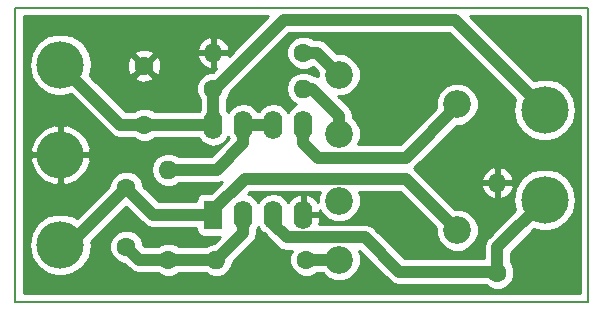
<source format=gbl>
G04 #@! TF.GenerationSoftware,KiCad,Pcbnew,5.0.2+dfsg1-1*
G04 #@! TF.CreationDate,2020-09-22T12:11:50+02:00*
G04 #@! TF.ProjectId,opAmp_textileSensor,6f70416d-705f-4746-9578-74696c655365,rev?*
G04 #@! TF.SameCoordinates,Original*
G04 #@! TF.FileFunction,Copper,L2,Bot*
G04 #@! TF.FilePolarity,Positive*
%FSLAX45Y45*%
G04 Gerber Fmt 4.5, Leading zero omitted, Abs format (unit mm)*
G04 Created by KiCad (PCBNEW 5.0.2+dfsg1-1) date mar. 22 sept. 2020 12:11:50 CEST*
%MOMM*%
%LPD*%
G01*
G04 APERTURE LIST*
G04 #@! TA.AperFunction,NonConductor*
%ADD10C,0.150000*%
G04 #@! TD*
G04 #@! TA.AperFunction,ComponentPad*
%ADD11O,4.000000X4.000000*%
G04 #@! TD*
G04 #@! TA.AperFunction,ComponentPad*
%ADD12O,1.600000X1.600000*%
G04 #@! TD*
G04 #@! TA.AperFunction,ComponentPad*
%ADD13C,1.600000*%
G04 #@! TD*
G04 #@! TA.AperFunction,ComponentPad*
%ADD14C,2.340000*%
G04 #@! TD*
G04 #@! TA.AperFunction,ComponentPad*
%ADD15R,1.600000X2.400000*%
G04 #@! TD*
G04 #@! TA.AperFunction,ComponentPad*
%ADD16O,1.600000X2.400000*%
G04 #@! TD*
G04 #@! TA.AperFunction,Conductor*
%ADD17C,1.000000*%
G04 #@! TD*
G04 #@! TA.AperFunction,Conductor*
%ADD18C,0.254000*%
G04 #@! TD*
G04 APERTURE END LIST*
D10*
X12852400Y-8255000D02*
X17703800Y-8255000D01*
X17703800Y-8255000D02*
X17703800Y-10744200D01*
X17703800Y-10744200D02*
X12852400Y-10744200D01*
X12852400Y-10744200D02*
X12852400Y-8255000D01*
D11*
G04 #@! TO.P,J2,1*
G04 #@! TO.N,VCC*
X17333400Y-9118600D03*
G04 #@! TO.P,J2,2*
G04 #@! TO.N,VOLTAGE_OUTPUT*
X17333400Y-9880600D03*
G04 #@! TD*
G04 #@! TO.P,J1,1*
G04 #@! TO.N,OUTPUT*
X13233400Y-10261600D03*
G04 #@! TO.P,J1,2*
G04 #@! TO.N,GND*
X13233400Y-9499600D03*
G04 #@! TO.P,J1,3*
G04 #@! TO.N,VCC*
X13233400Y-8737600D03*
G04 #@! TD*
D12*
G04 #@! TO.P,R5,2*
G04 #@! TO.N,Net-(R5-Pad2)*
X14147800Y-9626600D03*
D13*
G04 #@! TO.P,R5,1*
G04 #@! TO.N,Net-(C2-Pad2)*
X14147800Y-10388600D03*
G04 #@! TD*
G04 #@! TO.P,R4,1*
G04 #@! TO.N,Net-(R4-Pad1)*
X15316200Y-10388600D03*
D12*
G04 #@! TO.P,R4,2*
G04 #@! TO.N,Net-(C2-Pad2)*
X14554200Y-10388600D03*
G04 #@! TD*
G04 #@! TO.P,R3,2*
G04 #@! TO.N,GND*
X14528800Y-8636000D03*
D13*
G04 #@! TO.P,R3,1*
G04 #@! TO.N,Net-(R3-Pad1)*
X15290800Y-8636000D03*
G04 #@! TD*
D14*
G04 #@! TO.P,RV2,1*
G04 #@! TO.N,Net-(R4-Pad1)*
X15595600Y-10388600D03*
G04 #@! TO.P,RV2,2*
G04 #@! TO.N,OUTPUT*
X16595600Y-10138600D03*
G04 #@! TO.P,RV2,3*
G04 #@! TO.N,Net-(RV2-Pad3)*
X15595600Y-9888600D03*
G04 #@! TD*
D13*
G04 #@! TO.P,R1,1*
G04 #@! TO.N,VOLTAGE_OUTPUT*
X16933400Y-10499600D03*
D12*
G04 #@! TO.P,R1,2*
G04 #@! TO.N,GND*
X16933400Y-9737600D03*
G04 #@! TD*
D14*
G04 #@! TO.P,RV1,3*
G04 #@! TO.N,Net-(R3-Pad1)*
X15595600Y-8821800D03*
G04 #@! TO.P,RV1,2*
G04 #@! TO.N,Net-(RV1-Pad2)*
X16595600Y-9071800D03*
G04 #@! TO.P,RV1,1*
G04 #@! TO.N,Net-(R2-Pad2)*
X15595600Y-9321800D03*
G04 #@! TD*
D15*
G04 #@! TO.P,U1,1*
G04 #@! TO.N,OUTPUT*
X14528800Y-10007600D03*
D16*
G04 #@! TO.P,U1,5*
G04 #@! TO.N,Net-(RV1-Pad2)*
X15290800Y-9245600D03*
G04 #@! TO.P,U1,2*
G04 #@! TO.N,Net-(C2-Pad2)*
X14782800Y-10007600D03*
G04 #@! TO.P,U1,6*
G04 #@! TO.N,Net-(R5-Pad2)*
X15036800Y-9245600D03*
G04 #@! TO.P,U1,3*
G04 #@! TO.N,VOLTAGE_OUTPUT*
X15036800Y-10007600D03*
G04 #@! TO.P,U1,7*
G04 #@! TO.N,Net-(R5-Pad2)*
X14782800Y-9245600D03*
G04 #@! TO.P,U1,4*
G04 #@! TO.N,GND*
X15290800Y-10007600D03*
G04 #@! TO.P,U1,8*
G04 #@! TO.N,VCC*
X14528800Y-9245600D03*
G04 #@! TD*
D13*
G04 #@! TO.P,C1,1*
G04 #@! TO.N,VCC*
X13944600Y-9245600D03*
G04 #@! TO.P,C1,2*
G04 #@! TO.N,GND*
X13944600Y-8745600D03*
G04 #@! TD*
G04 #@! TO.P,C2,2*
G04 #@! TO.N,Net-(C2-Pad2)*
X13792200Y-10279000D03*
G04 #@! TO.P,C2,1*
G04 #@! TO.N,OUTPUT*
X13792200Y-9779000D03*
G04 #@! TD*
G04 #@! TO.P,R2,1*
G04 #@! TO.N,VCC*
X14528800Y-8940800D03*
D12*
G04 #@! TO.P,R2,2*
G04 #@! TO.N,Net-(R2-Pad2)*
X15290800Y-8940800D03*
G04 #@! TD*
D17*
G04 #@! TO.N,VOLTAGE_OUTPUT*
X17246600Y-9855200D02*
X17297400Y-9804400D01*
X17322800Y-9893200D02*
X17322800Y-9804400D01*
X15150601Y-10197601D02*
X15811001Y-10197601D01*
X16924000Y-10490200D02*
X16933400Y-10499600D01*
X15036800Y-10007600D02*
X15036800Y-10083800D01*
X15036800Y-10083800D02*
X15150601Y-10197601D01*
X15811001Y-10197601D02*
X16103600Y-10490200D01*
X16103600Y-10490200D02*
X16924000Y-10490200D01*
X16933400Y-10280600D02*
X17333400Y-9880600D01*
X16933400Y-10499600D02*
X16933400Y-10280600D01*
G04 #@! TO.N,OUTPUT*
X13233400Y-10261600D02*
X13309600Y-10261600D01*
X13309600Y-10261600D02*
X13792200Y-9779000D01*
X14528800Y-10007600D02*
X14020800Y-10007600D01*
X14020800Y-10007600D02*
X13792200Y-9779000D01*
X16595600Y-10138600D02*
X16158600Y-9701600D01*
X16158600Y-9701600D02*
X14794800Y-9701600D01*
X14794800Y-9701600D02*
X14528800Y-9967600D01*
X14528800Y-9967600D02*
X14528800Y-10007600D01*
G04 #@! TO.N,Net-(RV1-Pad2)*
X15417400Y-9524600D02*
X16158400Y-9524600D01*
X15290800Y-9245600D02*
X15290800Y-9398000D01*
X15290800Y-9398000D02*
X15417400Y-9524600D01*
X16595600Y-9087400D02*
X16595600Y-9071800D01*
X16158400Y-9524600D02*
X16595600Y-9087400D01*
G04 #@! TO.N,Net-(R5-Pad2)*
X14782800Y-9245600D02*
X15036800Y-9245600D01*
X14556400Y-9626600D02*
X14147800Y-9626600D01*
X14782800Y-9245600D02*
X14782800Y-9400200D01*
X14782800Y-9400200D02*
X14556400Y-9626600D01*
G04 #@! TO.N,VCC*
X14528800Y-9245600D02*
X14528800Y-9285600D01*
X13944600Y-9245600D02*
X13741400Y-9245600D01*
X13741400Y-9245600D02*
X13233400Y-8737600D01*
X14528800Y-9245600D02*
X14528800Y-8940800D01*
X16571400Y-8356600D02*
X17333400Y-9118600D01*
X14528800Y-8940800D02*
X14541500Y-8940800D01*
X15125700Y-8356600D02*
X16571400Y-8356600D01*
X14541500Y-8940800D02*
X15125700Y-8356600D01*
X14528800Y-9245600D02*
X13944600Y-9245600D01*
G04 #@! TO.N,Net-(R2-Pad2)*
X15367000Y-8940800D02*
X15595600Y-9169400D01*
X15595600Y-9169400D02*
X15595600Y-9347200D01*
G04 #@! TO.N,Net-(R3-Pad1)*
X15290800Y-8636000D02*
X15409800Y-8636000D01*
X15409800Y-8636000D02*
X15595600Y-8821800D01*
G04 #@! TO.N,Net-(R4-Pad1)*
X15316200Y-10388600D02*
X15595600Y-10388600D01*
G04 #@! TO.N,Net-(C2-Pad2)*
X14782800Y-10007600D02*
X14782800Y-10160000D01*
X14782800Y-10160000D02*
X14554200Y-10388600D01*
X14147800Y-10388600D02*
X14554200Y-10388600D01*
X13901800Y-10388600D02*
X14147800Y-10388600D01*
X13792200Y-10279000D02*
X13901800Y-10388600D01*
G04 #@! TD*
D18*
G04 #@! TO.N,GND*
G36*
X14661924Y-8659863D02*
X14655791Y-8648700D01*
X14541500Y-8648700D01*
X14541500Y-8763063D01*
X14552639Y-8769148D01*
X14524487Y-8797300D01*
X14500256Y-8797300D01*
X14447514Y-8819147D01*
X14407147Y-8859514D01*
X14385300Y-8912256D01*
X14385300Y-8969344D01*
X14407147Y-9022086D01*
X14415300Y-9030240D01*
X14415300Y-9117172D01*
X14405325Y-9132100D01*
X14034040Y-9132100D01*
X14025886Y-9123947D01*
X13973144Y-9102100D01*
X13916056Y-9102100D01*
X13863314Y-9123947D01*
X13855160Y-9132100D01*
X13788413Y-9132100D01*
X13502688Y-8846375D01*
X13861786Y-8846375D01*
X13869199Y-8870986D01*
X13922922Y-8890297D01*
X13979945Y-8887578D01*
X14020000Y-8870986D01*
X14027414Y-8846375D01*
X13944600Y-8763561D01*
X13861786Y-8846375D01*
X13502688Y-8846375D01*
X13484119Y-8827806D01*
X13502062Y-8737600D01*
X13499342Y-8723922D01*
X13799903Y-8723922D01*
X13802622Y-8780945D01*
X13819214Y-8821001D01*
X13843825Y-8828414D01*
X13926639Y-8745600D01*
X13962560Y-8745600D01*
X14045374Y-8828414D01*
X14069986Y-8821001D01*
X14089296Y-8767278D01*
X14086578Y-8710255D01*
X14070278Y-8670904D01*
X14389610Y-8670904D01*
X14405696Y-8709742D01*
X14443287Y-8751239D01*
X14493896Y-8775191D01*
X14516100Y-8763063D01*
X14516100Y-8648700D01*
X14401808Y-8648700D01*
X14389610Y-8670904D01*
X14070278Y-8670904D01*
X14069986Y-8670200D01*
X14045374Y-8662786D01*
X13962560Y-8745600D01*
X13926639Y-8745600D01*
X13843825Y-8662786D01*
X13819214Y-8670200D01*
X13799903Y-8723922D01*
X13499342Y-8723922D01*
X13483608Y-8644826D01*
X13861786Y-8644826D01*
X13944600Y-8727640D01*
X14027414Y-8644826D01*
X14020000Y-8620214D01*
X13966814Y-8601096D01*
X14389610Y-8601096D01*
X14401808Y-8623300D01*
X14516100Y-8623300D01*
X14516100Y-8508937D01*
X14541500Y-8508937D01*
X14541500Y-8623300D01*
X14655791Y-8623300D01*
X14667990Y-8601096D01*
X14651904Y-8562258D01*
X14614313Y-8520761D01*
X14563704Y-8496809D01*
X14541500Y-8508937D01*
X14516100Y-8508937D01*
X14493896Y-8496809D01*
X14443287Y-8520761D01*
X14405696Y-8562258D01*
X14389610Y-8601096D01*
X13966814Y-8601096D01*
X13966278Y-8600904D01*
X13909255Y-8603622D01*
X13869199Y-8620214D01*
X13861786Y-8644826D01*
X13483608Y-8644826D01*
X13481611Y-8634787D01*
X13423373Y-8547627D01*
X13336213Y-8489389D01*
X13259352Y-8474100D01*
X13207448Y-8474100D01*
X13130587Y-8489389D01*
X13043427Y-8547627D01*
X12985188Y-8634787D01*
X12964738Y-8737600D01*
X12985188Y-8840413D01*
X13043427Y-8927573D01*
X13130587Y-8985812D01*
X13207448Y-9001100D01*
X13259352Y-9001100D01*
X13323606Y-8988319D01*
X13653239Y-9317952D01*
X13659571Y-9327429D01*
X13695226Y-9351253D01*
X13697114Y-9352515D01*
X13741400Y-9361324D01*
X13752578Y-9359100D01*
X13855160Y-9359100D01*
X13863314Y-9367253D01*
X13916056Y-9389100D01*
X13973144Y-9389100D01*
X14025886Y-9367253D01*
X14034040Y-9359100D01*
X14405325Y-9359100D01*
X14425342Y-9389058D01*
X14472809Y-9420774D01*
X14528800Y-9431911D01*
X14584791Y-9420774D01*
X14632258Y-9389058D01*
X14655800Y-9353824D01*
X14660952Y-9361535D01*
X14509387Y-9513100D01*
X14236228Y-9513100D01*
X14203791Y-9491426D01*
X14161933Y-9483100D01*
X14133667Y-9483100D01*
X14091809Y-9491426D01*
X14044342Y-9523142D01*
X14012626Y-9570609D01*
X14001489Y-9626600D01*
X14012626Y-9682591D01*
X14044342Y-9730058D01*
X14091809Y-9761774D01*
X14133667Y-9770100D01*
X14161933Y-9770100D01*
X14203791Y-9761774D01*
X14236228Y-9740100D01*
X14545222Y-9740100D01*
X14556400Y-9742324D01*
X14567578Y-9740100D01*
X14600685Y-9733515D01*
X14605769Y-9730118D01*
X14513031Y-9822856D01*
X14448800Y-9822856D01*
X14424023Y-9827784D01*
X14403019Y-9841819D01*
X14388984Y-9862824D01*
X14384056Y-9887600D01*
X14384056Y-9894100D01*
X14067813Y-9894100D01*
X13935700Y-9761987D01*
X13935700Y-9750456D01*
X13913853Y-9697714D01*
X13873486Y-9657347D01*
X13820744Y-9635500D01*
X13763656Y-9635500D01*
X13710914Y-9657347D01*
X13670547Y-9697714D01*
X13648700Y-9750456D01*
X13648700Y-9761987D01*
X13372831Y-10037856D01*
X13336213Y-10013389D01*
X13259352Y-9998100D01*
X13207448Y-9998100D01*
X13130587Y-10013389D01*
X13043427Y-10071627D01*
X12985188Y-10158787D01*
X12964738Y-10261600D01*
X12985188Y-10364413D01*
X13043427Y-10451573D01*
X13130587Y-10509812D01*
X13207448Y-10525100D01*
X13259352Y-10525100D01*
X13336213Y-10509812D01*
X13423373Y-10451573D01*
X13481611Y-10364413D01*
X13502062Y-10261600D01*
X13496761Y-10234952D01*
X13792200Y-9939513D01*
X13932639Y-10079952D01*
X13938971Y-10089429D01*
X13976116Y-10114248D01*
X13976514Y-10114515D01*
X14020800Y-10123324D01*
X14031978Y-10121100D01*
X14384056Y-10121100D01*
X14384056Y-10127600D01*
X14388984Y-10152377D01*
X14403019Y-10173381D01*
X14424023Y-10187416D01*
X14448800Y-10192344D01*
X14589943Y-10192344D01*
X14536472Y-10245815D01*
X14498209Y-10253426D01*
X14465772Y-10275100D01*
X14237240Y-10275100D01*
X14229086Y-10266947D01*
X14176344Y-10245100D01*
X14119256Y-10245100D01*
X14066514Y-10266947D01*
X14058360Y-10275100D01*
X13948813Y-10275100D01*
X13935700Y-10261987D01*
X13935700Y-10250456D01*
X13913853Y-10197714D01*
X13873486Y-10157347D01*
X13820744Y-10135500D01*
X13763656Y-10135500D01*
X13710914Y-10157347D01*
X13670547Y-10197714D01*
X13648700Y-10250456D01*
X13648700Y-10307544D01*
X13670547Y-10360286D01*
X13710914Y-10400653D01*
X13763656Y-10422500D01*
X13775187Y-10422500D01*
X13813639Y-10460952D01*
X13819971Y-10470429D01*
X13850526Y-10490845D01*
X13857514Y-10495515D01*
X13901800Y-10504324D01*
X13912978Y-10502100D01*
X14058360Y-10502100D01*
X14066514Y-10510253D01*
X14119256Y-10532100D01*
X14176344Y-10532100D01*
X14229086Y-10510253D01*
X14237240Y-10502100D01*
X14465772Y-10502100D01*
X14498209Y-10523774D01*
X14540067Y-10532100D01*
X14568333Y-10532100D01*
X14610191Y-10523774D01*
X14657658Y-10492058D01*
X14689374Y-10444591D01*
X14696985Y-10406328D01*
X14855152Y-10248161D01*
X14864629Y-10241829D01*
X14889715Y-10204286D01*
X14891130Y-10197171D01*
X14898523Y-10160000D01*
X14896300Y-10148822D01*
X14896300Y-10136028D01*
X14909800Y-10115824D01*
X14933342Y-10151058D01*
X14954827Y-10165413D01*
X14954971Y-10165629D01*
X14964448Y-10171961D01*
X15062440Y-10269953D01*
X15068772Y-10279430D01*
X15106315Y-10304516D01*
X15150601Y-10313325D01*
X15161779Y-10311101D01*
X15192978Y-10311101D01*
X15172700Y-10360056D01*
X15172700Y-10417144D01*
X15194547Y-10469886D01*
X15234914Y-10510253D01*
X15287656Y-10532100D01*
X15344744Y-10532100D01*
X15397486Y-10510253D01*
X15405640Y-10502100D01*
X15453834Y-10502100D01*
X15493355Y-10541621D01*
X15559696Y-10569100D01*
X15631504Y-10569100D01*
X15697845Y-10541621D01*
X15748620Y-10490845D01*
X15776100Y-10424504D01*
X15776100Y-10352696D01*
X15758871Y-10311101D01*
X15763988Y-10311101D01*
X16015439Y-10562552D01*
X16021771Y-10572029D01*
X16045316Y-10587761D01*
X16059314Y-10597115D01*
X16103600Y-10605924D01*
X16114778Y-10603700D01*
X16834560Y-10603700D01*
X16852114Y-10621253D01*
X16904856Y-10643100D01*
X16961944Y-10643100D01*
X17014686Y-10621253D01*
X17055053Y-10580886D01*
X17076900Y-10528144D01*
X17076900Y-10471056D01*
X17055053Y-10418314D01*
X17046900Y-10410160D01*
X17046900Y-10327613D01*
X17243194Y-10131319D01*
X17307448Y-10144100D01*
X17359352Y-10144100D01*
X17436213Y-10128812D01*
X17523373Y-10070573D01*
X17581612Y-9983413D01*
X17602062Y-9880600D01*
X17581612Y-9777787D01*
X17523373Y-9690627D01*
X17436213Y-9632389D01*
X17359352Y-9617100D01*
X17307448Y-9617100D01*
X17230587Y-9632389D01*
X17143427Y-9690627D01*
X17085189Y-9777787D01*
X17064738Y-9880600D01*
X17082681Y-9970806D01*
X16861048Y-10192439D01*
X16851571Y-10198771D01*
X16837100Y-10220429D01*
X16826485Y-10236315D01*
X16817677Y-10280600D01*
X16819900Y-10291779D01*
X16819900Y-10376700D01*
X16150613Y-10376700D01*
X15899162Y-10125249D01*
X15892830Y-10115772D01*
X15855286Y-10090686D01*
X15822179Y-10084101D01*
X15811001Y-10081878D01*
X15799823Y-10084101D01*
X15427337Y-10084101D01*
X15434300Y-10060300D01*
X15434300Y-10020300D01*
X15303500Y-10020300D01*
X15303500Y-10022300D01*
X15278100Y-10022300D01*
X15278100Y-10020300D01*
X15276100Y-10020300D01*
X15276100Y-9994900D01*
X15278100Y-9994900D01*
X15278100Y-9840609D01*
X15255896Y-9828410D01*
X15247618Y-9830163D01*
X15198310Y-9857150D01*
X15164050Y-9899750D01*
X15140258Y-9864142D01*
X15092791Y-9832426D01*
X15036800Y-9821289D01*
X14980809Y-9832426D01*
X14933342Y-9864142D01*
X14909800Y-9899376D01*
X14886258Y-9864142D01*
X14838791Y-9832426D01*
X14826860Y-9830053D01*
X14841813Y-9815100D01*
X15430673Y-9815100D01*
X15415100Y-9852696D01*
X15415100Y-9896704D01*
X15383290Y-9857150D01*
X15333982Y-9830163D01*
X15325704Y-9828410D01*
X15303500Y-9840609D01*
X15303500Y-9994900D01*
X15434300Y-9994900D01*
X15434300Y-9970857D01*
X15442579Y-9990845D01*
X15493355Y-10041621D01*
X15559696Y-10069100D01*
X15631504Y-10069100D01*
X15697845Y-10041621D01*
X15748620Y-9990845D01*
X15776100Y-9924504D01*
X15776100Y-9852696D01*
X15760527Y-9815100D01*
X16111587Y-9815100D01*
X16415100Y-10118613D01*
X16415100Y-10174504D01*
X16442579Y-10240845D01*
X16493355Y-10291621D01*
X16559696Y-10319100D01*
X16631504Y-10319100D01*
X16697845Y-10291621D01*
X16748620Y-10240845D01*
X16776100Y-10174504D01*
X16776100Y-10102696D01*
X16748620Y-10036355D01*
X16697845Y-9985580D01*
X16631504Y-9958100D01*
X16575613Y-9958100D01*
X16390017Y-9772504D01*
X16794209Y-9772504D01*
X16818161Y-9823113D01*
X16859658Y-9860704D01*
X16898496Y-9876790D01*
X16920700Y-9864592D01*
X16920700Y-9750300D01*
X16946100Y-9750300D01*
X16946100Y-9864592D01*
X16968304Y-9876790D01*
X17007142Y-9860704D01*
X17048639Y-9823113D01*
X17072591Y-9772504D01*
X17060463Y-9750300D01*
X16946100Y-9750300D01*
X16920700Y-9750300D01*
X16806337Y-9750300D01*
X16794209Y-9772504D01*
X16390017Y-9772504D01*
X16320209Y-9702696D01*
X16794209Y-9702696D01*
X16806337Y-9724900D01*
X16920700Y-9724900D01*
X16920700Y-9610609D01*
X16946100Y-9610609D01*
X16946100Y-9724900D01*
X17060463Y-9724900D01*
X17072591Y-9702696D01*
X17048639Y-9652087D01*
X17007142Y-9614496D01*
X16968304Y-9598410D01*
X16946100Y-9610609D01*
X16920700Y-9610609D01*
X16898496Y-9598410D01*
X16859658Y-9614496D01*
X16818161Y-9652087D01*
X16794209Y-9702696D01*
X16320209Y-9702696D01*
X16246761Y-9629248D01*
X16240429Y-9619771D01*
X16230345Y-9613033D01*
X16240229Y-9606429D01*
X16246561Y-9596952D01*
X16591213Y-9252300D01*
X16631504Y-9252300D01*
X16697845Y-9224821D01*
X16748620Y-9174045D01*
X16776100Y-9107704D01*
X16776100Y-9035896D01*
X16748620Y-8969555D01*
X16697845Y-8918780D01*
X16631504Y-8891300D01*
X16559696Y-8891300D01*
X16493355Y-8918780D01*
X16442579Y-8969555D01*
X16415100Y-9035896D01*
X16415100Y-9107387D01*
X16111387Y-9411100D01*
X15753982Y-9411100D01*
X15776100Y-9357704D01*
X15776100Y-9285896D01*
X15748620Y-9219555D01*
X15709190Y-9180125D01*
X15711323Y-9169400D01*
X15702515Y-9125115D01*
X15698162Y-9118600D01*
X15677429Y-9087571D01*
X15667952Y-9081239D01*
X15589013Y-9002300D01*
X15631504Y-9002300D01*
X15697845Y-8974821D01*
X15748620Y-8924045D01*
X15776100Y-8857704D01*
X15776100Y-8785896D01*
X15748620Y-8719555D01*
X15697845Y-8668780D01*
X15631504Y-8641300D01*
X15575613Y-8641300D01*
X15497961Y-8563648D01*
X15491629Y-8554171D01*
X15454085Y-8529085D01*
X15420978Y-8522500D01*
X15409800Y-8520277D01*
X15398622Y-8522500D01*
X15380240Y-8522500D01*
X15372086Y-8514347D01*
X15319344Y-8492500D01*
X15262256Y-8492500D01*
X15209514Y-8514347D01*
X15169147Y-8554714D01*
X15147300Y-8607456D01*
X15147300Y-8664544D01*
X15169147Y-8717286D01*
X15209514Y-8757653D01*
X15262256Y-8779500D01*
X15319344Y-8779500D01*
X15371276Y-8757989D01*
X15415100Y-8801813D01*
X15415100Y-8836434D01*
X15411285Y-8833885D01*
X15379673Y-8827597D01*
X15346791Y-8805626D01*
X15304933Y-8797300D01*
X15276667Y-8797300D01*
X15234809Y-8805626D01*
X15187342Y-8837342D01*
X15155626Y-8884809D01*
X15144489Y-8940800D01*
X15155626Y-8996791D01*
X15187342Y-9044258D01*
X15230657Y-9073200D01*
X15187342Y-9102142D01*
X15163800Y-9137376D01*
X15140258Y-9102142D01*
X15092791Y-9070426D01*
X15036800Y-9059289D01*
X14980809Y-9070426D01*
X14933342Y-9102142D01*
X14913325Y-9132100D01*
X14906275Y-9132100D01*
X14886258Y-9102142D01*
X14838791Y-9070426D01*
X14782800Y-9059289D01*
X14726809Y-9070426D01*
X14679342Y-9102142D01*
X14655800Y-9137376D01*
X14642300Y-9117172D01*
X14642300Y-9030240D01*
X14650453Y-9022086D01*
X14671473Y-8971340D01*
X15172713Y-8470100D01*
X16524387Y-8470100D01*
X17082681Y-9028394D01*
X17064738Y-9118600D01*
X17085189Y-9221413D01*
X17143427Y-9308573D01*
X17230587Y-9366812D01*
X17307448Y-9382100D01*
X17359352Y-9382100D01*
X17436213Y-9366812D01*
X17523373Y-9308573D01*
X17581612Y-9221413D01*
X17602062Y-9118600D01*
X17581612Y-9015787D01*
X17523373Y-8928627D01*
X17436213Y-8870389D01*
X17359352Y-8855100D01*
X17307448Y-8855100D01*
X17243194Y-8867881D01*
X16701313Y-8326000D01*
X17632800Y-8326000D01*
X17632800Y-10673200D01*
X12923400Y-10673200D01*
X12923400Y-9553316D01*
X12975433Y-9553316D01*
X13015626Y-9647947D01*
X13088973Y-9719994D01*
X13179684Y-9757567D01*
X13220700Y-9746899D01*
X13220700Y-9512300D01*
X13246100Y-9512300D01*
X13246100Y-9746899D01*
X13287116Y-9757567D01*
X13377827Y-9719994D01*
X13451174Y-9647947D01*
X13491367Y-9553316D01*
X13480719Y-9512300D01*
X13246100Y-9512300D01*
X13220700Y-9512300D01*
X12986081Y-9512300D01*
X12975433Y-9553316D01*
X12923400Y-9553316D01*
X12923400Y-9445884D01*
X12975433Y-9445884D01*
X12986081Y-9486900D01*
X13220700Y-9486900D01*
X13220700Y-9252301D01*
X13246100Y-9252301D01*
X13246100Y-9486900D01*
X13480719Y-9486900D01*
X13491367Y-9445884D01*
X13451174Y-9351253D01*
X13377827Y-9279206D01*
X13287116Y-9241633D01*
X13246100Y-9252301D01*
X13220700Y-9252301D01*
X13179684Y-9241633D01*
X13088973Y-9279206D01*
X13015626Y-9351253D01*
X12975433Y-9445884D01*
X12923400Y-9445884D01*
X12923400Y-8326000D01*
X14995787Y-8326000D01*
X14661924Y-8659863D01*
X14661924Y-8659863D01*
G37*
X14661924Y-8659863D02*
X14655791Y-8648700D01*
X14541500Y-8648700D01*
X14541500Y-8763063D01*
X14552639Y-8769148D01*
X14524487Y-8797300D01*
X14500256Y-8797300D01*
X14447514Y-8819147D01*
X14407147Y-8859514D01*
X14385300Y-8912256D01*
X14385300Y-8969344D01*
X14407147Y-9022086D01*
X14415300Y-9030240D01*
X14415300Y-9117172D01*
X14405325Y-9132100D01*
X14034040Y-9132100D01*
X14025886Y-9123947D01*
X13973144Y-9102100D01*
X13916056Y-9102100D01*
X13863314Y-9123947D01*
X13855160Y-9132100D01*
X13788413Y-9132100D01*
X13502688Y-8846375D01*
X13861786Y-8846375D01*
X13869199Y-8870986D01*
X13922922Y-8890297D01*
X13979945Y-8887578D01*
X14020000Y-8870986D01*
X14027414Y-8846375D01*
X13944600Y-8763561D01*
X13861786Y-8846375D01*
X13502688Y-8846375D01*
X13484119Y-8827806D01*
X13502062Y-8737600D01*
X13499342Y-8723922D01*
X13799903Y-8723922D01*
X13802622Y-8780945D01*
X13819214Y-8821001D01*
X13843825Y-8828414D01*
X13926639Y-8745600D01*
X13962560Y-8745600D01*
X14045374Y-8828414D01*
X14069986Y-8821001D01*
X14089296Y-8767278D01*
X14086578Y-8710255D01*
X14070278Y-8670904D01*
X14389610Y-8670904D01*
X14405696Y-8709742D01*
X14443287Y-8751239D01*
X14493896Y-8775191D01*
X14516100Y-8763063D01*
X14516100Y-8648700D01*
X14401808Y-8648700D01*
X14389610Y-8670904D01*
X14070278Y-8670904D01*
X14069986Y-8670200D01*
X14045374Y-8662786D01*
X13962560Y-8745600D01*
X13926639Y-8745600D01*
X13843825Y-8662786D01*
X13819214Y-8670200D01*
X13799903Y-8723922D01*
X13499342Y-8723922D01*
X13483608Y-8644826D01*
X13861786Y-8644826D01*
X13944600Y-8727640D01*
X14027414Y-8644826D01*
X14020000Y-8620214D01*
X13966814Y-8601096D01*
X14389610Y-8601096D01*
X14401808Y-8623300D01*
X14516100Y-8623300D01*
X14516100Y-8508937D01*
X14541500Y-8508937D01*
X14541500Y-8623300D01*
X14655791Y-8623300D01*
X14667990Y-8601096D01*
X14651904Y-8562258D01*
X14614313Y-8520761D01*
X14563704Y-8496809D01*
X14541500Y-8508937D01*
X14516100Y-8508937D01*
X14493896Y-8496809D01*
X14443287Y-8520761D01*
X14405696Y-8562258D01*
X14389610Y-8601096D01*
X13966814Y-8601096D01*
X13966278Y-8600904D01*
X13909255Y-8603622D01*
X13869199Y-8620214D01*
X13861786Y-8644826D01*
X13483608Y-8644826D01*
X13481611Y-8634787D01*
X13423373Y-8547627D01*
X13336213Y-8489389D01*
X13259352Y-8474100D01*
X13207448Y-8474100D01*
X13130587Y-8489389D01*
X13043427Y-8547627D01*
X12985188Y-8634787D01*
X12964738Y-8737600D01*
X12985188Y-8840413D01*
X13043427Y-8927573D01*
X13130587Y-8985812D01*
X13207448Y-9001100D01*
X13259352Y-9001100D01*
X13323606Y-8988319D01*
X13653239Y-9317952D01*
X13659571Y-9327429D01*
X13695226Y-9351253D01*
X13697114Y-9352515D01*
X13741400Y-9361324D01*
X13752578Y-9359100D01*
X13855160Y-9359100D01*
X13863314Y-9367253D01*
X13916056Y-9389100D01*
X13973144Y-9389100D01*
X14025886Y-9367253D01*
X14034040Y-9359100D01*
X14405325Y-9359100D01*
X14425342Y-9389058D01*
X14472809Y-9420774D01*
X14528800Y-9431911D01*
X14584791Y-9420774D01*
X14632258Y-9389058D01*
X14655800Y-9353824D01*
X14660952Y-9361535D01*
X14509387Y-9513100D01*
X14236228Y-9513100D01*
X14203791Y-9491426D01*
X14161933Y-9483100D01*
X14133667Y-9483100D01*
X14091809Y-9491426D01*
X14044342Y-9523142D01*
X14012626Y-9570609D01*
X14001489Y-9626600D01*
X14012626Y-9682591D01*
X14044342Y-9730058D01*
X14091809Y-9761774D01*
X14133667Y-9770100D01*
X14161933Y-9770100D01*
X14203791Y-9761774D01*
X14236228Y-9740100D01*
X14545222Y-9740100D01*
X14556400Y-9742324D01*
X14567578Y-9740100D01*
X14600685Y-9733515D01*
X14605769Y-9730118D01*
X14513031Y-9822856D01*
X14448800Y-9822856D01*
X14424023Y-9827784D01*
X14403019Y-9841819D01*
X14388984Y-9862824D01*
X14384056Y-9887600D01*
X14384056Y-9894100D01*
X14067813Y-9894100D01*
X13935700Y-9761987D01*
X13935700Y-9750456D01*
X13913853Y-9697714D01*
X13873486Y-9657347D01*
X13820744Y-9635500D01*
X13763656Y-9635500D01*
X13710914Y-9657347D01*
X13670547Y-9697714D01*
X13648700Y-9750456D01*
X13648700Y-9761987D01*
X13372831Y-10037856D01*
X13336213Y-10013389D01*
X13259352Y-9998100D01*
X13207448Y-9998100D01*
X13130587Y-10013389D01*
X13043427Y-10071627D01*
X12985188Y-10158787D01*
X12964738Y-10261600D01*
X12985188Y-10364413D01*
X13043427Y-10451573D01*
X13130587Y-10509812D01*
X13207448Y-10525100D01*
X13259352Y-10525100D01*
X13336213Y-10509812D01*
X13423373Y-10451573D01*
X13481611Y-10364413D01*
X13502062Y-10261600D01*
X13496761Y-10234952D01*
X13792200Y-9939513D01*
X13932639Y-10079952D01*
X13938971Y-10089429D01*
X13976116Y-10114248D01*
X13976514Y-10114515D01*
X14020800Y-10123324D01*
X14031978Y-10121100D01*
X14384056Y-10121100D01*
X14384056Y-10127600D01*
X14388984Y-10152377D01*
X14403019Y-10173381D01*
X14424023Y-10187416D01*
X14448800Y-10192344D01*
X14589943Y-10192344D01*
X14536472Y-10245815D01*
X14498209Y-10253426D01*
X14465772Y-10275100D01*
X14237240Y-10275100D01*
X14229086Y-10266947D01*
X14176344Y-10245100D01*
X14119256Y-10245100D01*
X14066514Y-10266947D01*
X14058360Y-10275100D01*
X13948813Y-10275100D01*
X13935700Y-10261987D01*
X13935700Y-10250456D01*
X13913853Y-10197714D01*
X13873486Y-10157347D01*
X13820744Y-10135500D01*
X13763656Y-10135500D01*
X13710914Y-10157347D01*
X13670547Y-10197714D01*
X13648700Y-10250456D01*
X13648700Y-10307544D01*
X13670547Y-10360286D01*
X13710914Y-10400653D01*
X13763656Y-10422500D01*
X13775187Y-10422500D01*
X13813639Y-10460952D01*
X13819971Y-10470429D01*
X13850526Y-10490845D01*
X13857514Y-10495515D01*
X13901800Y-10504324D01*
X13912978Y-10502100D01*
X14058360Y-10502100D01*
X14066514Y-10510253D01*
X14119256Y-10532100D01*
X14176344Y-10532100D01*
X14229086Y-10510253D01*
X14237240Y-10502100D01*
X14465772Y-10502100D01*
X14498209Y-10523774D01*
X14540067Y-10532100D01*
X14568333Y-10532100D01*
X14610191Y-10523774D01*
X14657658Y-10492058D01*
X14689374Y-10444591D01*
X14696985Y-10406328D01*
X14855152Y-10248161D01*
X14864629Y-10241829D01*
X14889715Y-10204286D01*
X14891130Y-10197171D01*
X14898523Y-10160000D01*
X14896300Y-10148822D01*
X14896300Y-10136028D01*
X14909800Y-10115824D01*
X14933342Y-10151058D01*
X14954827Y-10165413D01*
X14954971Y-10165629D01*
X14964448Y-10171961D01*
X15062440Y-10269953D01*
X15068772Y-10279430D01*
X15106315Y-10304516D01*
X15150601Y-10313325D01*
X15161779Y-10311101D01*
X15192978Y-10311101D01*
X15172700Y-10360056D01*
X15172700Y-10417144D01*
X15194547Y-10469886D01*
X15234914Y-10510253D01*
X15287656Y-10532100D01*
X15344744Y-10532100D01*
X15397486Y-10510253D01*
X15405640Y-10502100D01*
X15453834Y-10502100D01*
X15493355Y-10541621D01*
X15559696Y-10569100D01*
X15631504Y-10569100D01*
X15697845Y-10541621D01*
X15748620Y-10490845D01*
X15776100Y-10424504D01*
X15776100Y-10352696D01*
X15758871Y-10311101D01*
X15763988Y-10311101D01*
X16015439Y-10562552D01*
X16021771Y-10572029D01*
X16045316Y-10587761D01*
X16059314Y-10597115D01*
X16103600Y-10605924D01*
X16114778Y-10603700D01*
X16834560Y-10603700D01*
X16852114Y-10621253D01*
X16904856Y-10643100D01*
X16961944Y-10643100D01*
X17014686Y-10621253D01*
X17055053Y-10580886D01*
X17076900Y-10528144D01*
X17076900Y-10471056D01*
X17055053Y-10418314D01*
X17046900Y-10410160D01*
X17046900Y-10327613D01*
X17243194Y-10131319D01*
X17307448Y-10144100D01*
X17359352Y-10144100D01*
X17436213Y-10128812D01*
X17523373Y-10070573D01*
X17581612Y-9983413D01*
X17602062Y-9880600D01*
X17581612Y-9777787D01*
X17523373Y-9690627D01*
X17436213Y-9632389D01*
X17359352Y-9617100D01*
X17307448Y-9617100D01*
X17230587Y-9632389D01*
X17143427Y-9690627D01*
X17085189Y-9777787D01*
X17064738Y-9880600D01*
X17082681Y-9970806D01*
X16861048Y-10192439D01*
X16851571Y-10198771D01*
X16837100Y-10220429D01*
X16826485Y-10236315D01*
X16817677Y-10280600D01*
X16819900Y-10291779D01*
X16819900Y-10376700D01*
X16150613Y-10376700D01*
X15899162Y-10125249D01*
X15892830Y-10115772D01*
X15855286Y-10090686D01*
X15822179Y-10084101D01*
X15811001Y-10081878D01*
X15799823Y-10084101D01*
X15427337Y-10084101D01*
X15434300Y-10060300D01*
X15434300Y-10020300D01*
X15303500Y-10020300D01*
X15303500Y-10022300D01*
X15278100Y-10022300D01*
X15278100Y-10020300D01*
X15276100Y-10020300D01*
X15276100Y-9994900D01*
X15278100Y-9994900D01*
X15278100Y-9840609D01*
X15255896Y-9828410D01*
X15247618Y-9830163D01*
X15198310Y-9857150D01*
X15164050Y-9899750D01*
X15140258Y-9864142D01*
X15092791Y-9832426D01*
X15036800Y-9821289D01*
X14980809Y-9832426D01*
X14933342Y-9864142D01*
X14909800Y-9899376D01*
X14886258Y-9864142D01*
X14838791Y-9832426D01*
X14826860Y-9830053D01*
X14841813Y-9815100D01*
X15430673Y-9815100D01*
X15415100Y-9852696D01*
X15415100Y-9896704D01*
X15383290Y-9857150D01*
X15333982Y-9830163D01*
X15325704Y-9828410D01*
X15303500Y-9840609D01*
X15303500Y-9994900D01*
X15434300Y-9994900D01*
X15434300Y-9970857D01*
X15442579Y-9990845D01*
X15493355Y-10041621D01*
X15559696Y-10069100D01*
X15631504Y-10069100D01*
X15697845Y-10041621D01*
X15748620Y-9990845D01*
X15776100Y-9924504D01*
X15776100Y-9852696D01*
X15760527Y-9815100D01*
X16111587Y-9815100D01*
X16415100Y-10118613D01*
X16415100Y-10174504D01*
X16442579Y-10240845D01*
X16493355Y-10291621D01*
X16559696Y-10319100D01*
X16631504Y-10319100D01*
X16697845Y-10291621D01*
X16748620Y-10240845D01*
X16776100Y-10174504D01*
X16776100Y-10102696D01*
X16748620Y-10036355D01*
X16697845Y-9985580D01*
X16631504Y-9958100D01*
X16575613Y-9958100D01*
X16390017Y-9772504D01*
X16794209Y-9772504D01*
X16818161Y-9823113D01*
X16859658Y-9860704D01*
X16898496Y-9876790D01*
X16920700Y-9864592D01*
X16920700Y-9750300D01*
X16946100Y-9750300D01*
X16946100Y-9864592D01*
X16968304Y-9876790D01*
X17007142Y-9860704D01*
X17048639Y-9823113D01*
X17072591Y-9772504D01*
X17060463Y-9750300D01*
X16946100Y-9750300D01*
X16920700Y-9750300D01*
X16806337Y-9750300D01*
X16794209Y-9772504D01*
X16390017Y-9772504D01*
X16320209Y-9702696D01*
X16794209Y-9702696D01*
X16806337Y-9724900D01*
X16920700Y-9724900D01*
X16920700Y-9610609D01*
X16946100Y-9610609D01*
X16946100Y-9724900D01*
X17060463Y-9724900D01*
X17072591Y-9702696D01*
X17048639Y-9652087D01*
X17007142Y-9614496D01*
X16968304Y-9598410D01*
X16946100Y-9610609D01*
X16920700Y-9610609D01*
X16898496Y-9598410D01*
X16859658Y-9614496D01*
X16818161Y-9652087D01*
X16794209Y-9702696D01*
X16320209Y-9702696D01*
X16246761Y-9629248D01*
X16240429Y-9619771D01*
X16230345Y-9613033D01*
X16240229Y-9606429D01*
X16246561Y-9596952D01*
X16591213Y-9252300D01*
X16631504Y-9252300D01*
X16697845Y-9224821D01*
X16748620Y-9174045D01*
X16776100Y-9107704D01*
X16776100Y-9035896D01*
X16748620Y-8969555D01*
X16697845Y-8918780D01*
X16631504Y-8891300D01*
X16559696Y-8891300D01*
X16493355Y-8918780D01*
X16442579Y-8969555D01*
X16415100Y-9035896D01*
X16415100Y-9107387D01*
X16111387Y-9411100D01*
X15753982Y-9411100D01*
X15776100Y-9357704D01*
X15776100Y-9285896D01*
X15748620Y-9219555D01*
X15709190Y-9180125D01*
X15711323Y-9169400D01*
X15702515Y-9125115D01*
X15698162Y-9118600D01*
X15677429Y-9087571D01*
X15667952Y-9081239D01*
X15589013Y-9002300D01*
X15631504Y-9002300D01*
X15697845Y-8974821D01*
X15748620Y-8924045D01*
X15776100Y-8857704D01*
X15776100Y-8785896D01*
X15748620Y-8719555D01*
X15697845Y-8668780D01*
X15631504Y-8641300D01*
X15575613Y-8641300D01*
X15497961Y-8563648D01*
X15491629Y-8554171D01*
X15454085Y-8529085D01*
X15420978Y-8522500D01*
X15409800Y-8520277D01*
X15398622Y-8522500D01*
X15380240Y-8522500D01*
X15372086Y-8514347D01*
X15319344Y-8492500D01*
X15262256Y-8492500D01*
X15209514Y-8514347D01*
X15169147Y-8554714D01*
X15147300Y-8607456D01*
X15147300Y-8664544D01*
X15169147Y-8717286D01*
X15209514Y-8757653D01*
X15262256Y-8779500D01*
X15319344Y-8779500D01*
X15371276Y-8757989D01*
X15415100Y-8801813D01*
X15415100Y-8836434D01*
X15411285Y-8833885D01*
X15379673Y-8827597D01*
X15346791Y-8805626D01*
X15304933Y-8797300D01*
X15276667Y-8797300D01*
X15234809Y-8805626D01*
X15187342Y-8837342D01*
X15155626Y-8884809D01*
X15144489Y-8940800D01*
X15155626Y-8996791D01*
X15187342Y-9044258D01*
X15230657Y-9073200D01*
X15187342Y-9102142D01*
X15163800Y-9137376D01*
X15140258Y-9102142D01*
X15092791Y-9070426D01*
X15036800Y-9059289D01*
X14980809Y-9070426D01*
X14933342Y-9102142D01*
X14913325Y-9132100D01*
X14906275Y-9132100D01*
X14886258Y-9102142D01*
X14838791Y-9070426D01*
X14782800Y-9059289D01*
X14726809Y-9070426D01*
X14679342Y-9102142D01*
X14655800Y-9137376D01*
X14642300Y-9117172D01*
X14642300Y-9030240D01*
X14650453Y-9022086D01*
X14671473Y-8971340D01*
X15172713Y-8470100D01*
X16524387Y-8470100D01*
X17082681Y-9028394D01*
X17064738Y-9118600D01*
X17085189Y-9221413D01*
X17143427Y-9308573D01*
X17230587Y-9366812D01*
X17307448Y-9382100D01*
X17359352Y-9382100D01*
X17436213Y-9366812D01*
X17523373Y-9308573D01*
X17581612Y-9221413D01*
X17602062Y-9118600D01*
X17581612Y-9015787D01*
X17523373Y-8928627D01*
X17436213Y-8870389D01*
X17359352Y-8855100D01*
X17307448Y-8855100D01*
X17243194Y-8867881D01*
X16701313Y-8326000D01*
X17632800Y-8326000D01*
X17632800Y-10673200D01*
X12923400Y-10673200D01*
X12923400Y-9553316D01*
X12975433Y-9553316D01*
X13015626Y-9647947D01*
X13088973Y-9719994D01*
X13179684Y-9757567D01*
X13220700Y-9746899D01*
X13220700Y-9512300D01*
X13246100Y-9512300D01*
X13246100Y-9746899D01*
X13287116Y-9757567D01*
X13377827Y-9719994D01*
X13451174Y-9647947D01*
X13491367Y-9553316D01*
X13480719Y-9512300D01*
X13246100Y-9512300D01*
X13220700Y-9512300D01*
X12986081Y-9512300D01*
X12975433Y-9553316D01*
X12923400Y-9553316D01*
X12923400Y-9445884D01*
X12975433Y-9445884D01*
X12986081Y-9486900D01*
X13220700Y-9486900D01*
X13220700Y-9252301D01*
X13246100Y-9252301D01*
X13246100Y-9486900D01*
X13480719Y-9486900D01*
X13491367Y-9445884D01*
X13451174Y-9351253D01*
X13377827Y-9279206D01*
X13287116Y-9241633D01*
X13246100Y-9252301D01*
X13220700Y-9252301D01*
X13179684Y-9241633D01*
X13088973Y-9279206D01*
X13015626Y-9351253D01*
X12975433Y-9445884D01*
X12923400Y-9445884D01*
X12923400Y-8326000D01*
X14995787Y-8326000D01*
X14661924Y-8659863D01*
G04 #@! TD*
M02*

</source>
